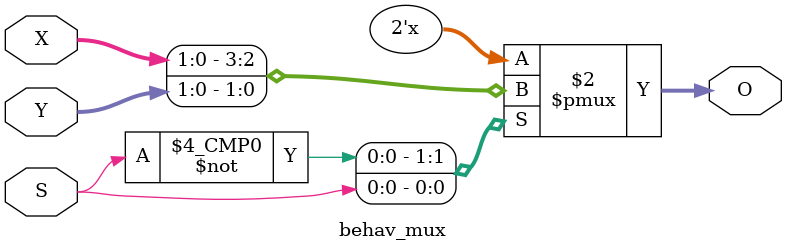
<source format=v>
`timescale 1ns / 1ps

module behav_mux
    (X,
     Y,
     S,
     O);

// Each input is two bits, the output is two bits, and the selector is just one bit
input wire [1:0] X;
input wire [1:0] Y; 
input wire [0:0] S;
output reg [1:0] O;

// Using procedural statements 
always @(X or Y or S)
begin
    case(S)
        0: O = X;
        1: O = Y;
        default: $display("Error");
    endcase
end

endmodule

</source>
